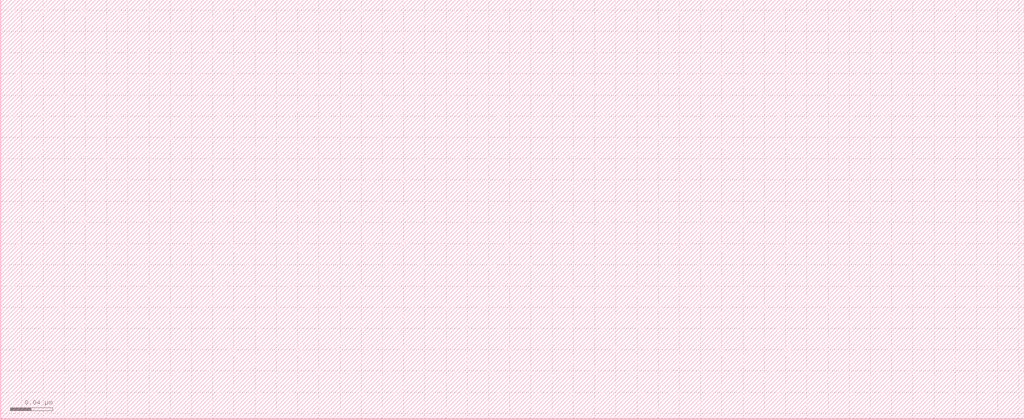
<source format=lef>
VERSION 5.7 ;
  NOWIREEXTENSIONATPIN ON ;
  DIVIDERCHAR "/" ;
  BUSBITCHARS "[]" ;
MACRO sky130_fd_bd_sram__openram_sp_cell_p1m_sizing
  CLASS BLOCK ;
  FOREIGN sky130_fd_bd_sram__openram_sp_cell_p1m_sizing ;
  ORIGIN -0.080 -0.595 ;
  SIZE 0.965 BY 0.395 ;
END sky130_fd_bd_sram__openram_sp_cell_p1m_sizing
END LIBRARY


</source>
